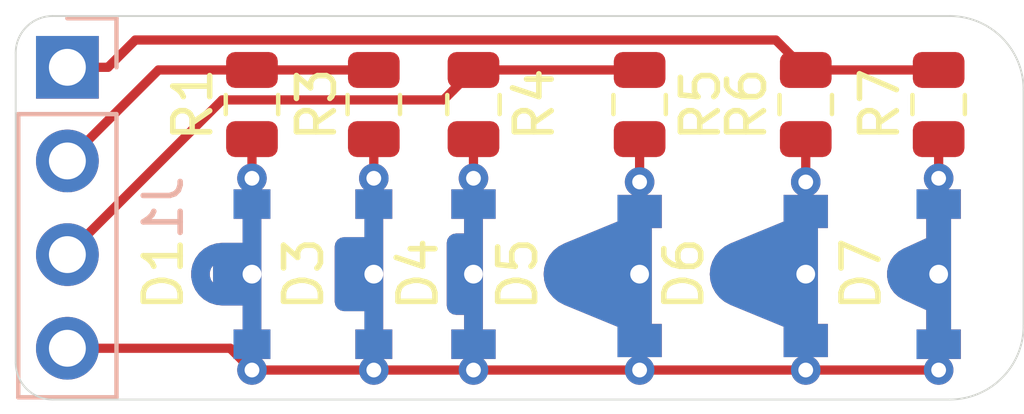
<source format=kicad_pcb>
(kicad_pcb (version 20171130) (host pcbnew 5.1.4+dfsg1-1)

  (general
    (thickness 1.6)
    (drawings 12)
    (tracks 63)
    (zones 0)
    (modules 13)
    (nets 11)
  )

  (page A4)
  (layers
    (0 F.Cu signal)
    (31 B.Cu signal)
    (32 B.Adhes user)
    (33 F.Adhes user)
    (34 B.Paste user)
    (35 F.Paste user)
    (36 B.SilkS user)
    (37 F.SilkS user)
    (38 B.Mask user)
    (39 F.Mask user)
    (40 Dwgs.User user hide)
    (41 Cmts.User user)
    (42 Eco1.User user)
    (43 Eco2.User user)
    (44 Edge.Cuts user)
    (45 Margin user)
    (46 B.CrtYd user hide)
    (47 F.CrtYd user hide)
    (48 B.Fab user)
    (49 F.Fab user)
  )

  (setup
    (last_trace_width 0.25)
    (trace_clearance 0.2)
    (zone_clearance 0.3)
    (zone_45_only no)
    (trace_min 0.2)
    (via_size 0.8)
    (via_drill 0.4)
    (via_min_size 0.4)
    (via_min_drill 0.3)
    (uvia_size 0.3)
    (uvia_drill 0.1)
    (uvias_allowed no)
    (uvia_min_size 0.2)
    (uvia_min_drill 0.1)
    (edge_width 0.05)
    (segment_width 0.2)
    (pcb_text_width 0.3)
    (pcb_text_size 1.5 1.5)
    (mod_edge_width 0.12)
    (mod_text_size 1 1)
    (mod_text_width 0.15)
    (pad_size 1.524 1.524)
    (pad_drill 0.762)
    (pad_to_mask_clearance 0.051)
    (solder_mask_min_width 0.25)
    (aux_axis_origin 0 0)
    (visible_elements FFFDFF7F)
    (pcbplotparams
      (layerselection 0x010f0_ffffffff)
      (usegerberextensions false)
      (usegerberattributes false)
      (usegerberadvancedattributes false)
      (creategerberjobfile false)
      (excludeedgelayer true)
      (linewidth 0.100000)
      (plotframeref false)
      (viasonmask false)
      (mode 1)
      (useauxorigin false)
      (hpglpennumber 1)
      (hpglpenspeed 20)
      (hpglpendiameter 15.000000)
      (psnegative false)
      (psa4output false)
      (plotreference true)
      (plotvalue false)
      (plotinvisibletext false)
      (padsonsilk false)
      (subtractmaskfromsilk false)
      (outputformat 1)
      (mirror false)
      (drillshape 0)
      (scaleselection 1)
      (outputdirectory "LEmbed-Gerbs/"))
  )

  (net 0 "")
  (net 1 "Net-(D1-Pad2)")
  (net 2 GND)
  (net 3 "Net-(J1-Pad3)")
  (net 4 "Net-(J1-Pad2)")
  (net 5 "Net-(J1-Pad1)")
  (net 6 "Net-(D3-Pad2)")
  (net 7 "Net-(D4-Pad2)")
  (net 8 "Net-(D5-Pad2)")
  (net 9 "Net-(D6-Pad2)")
  (net 10 "Net-(D7-Pad2)")

  (net_class Default "This is the default net class."
    (clearance 0.2)
    (trace_width 0.25)
    (via_dia 0.8)
    (via_drill 0.4)
    (uvia_dia 0.3)
    (uvia_drill 0.1)
    (add_net GND)
    (add_net "Net-(D1-Pad2)")
    (add_net "Net-(D3-Pad2)")
    (add_net "Net-(D4-Pad2)")
    (add_net "Net-(D5-Pad2)")
    (add_net "Net-(D6-Pad2)")
    (add_net "Net-(D7-Pad2)")
    (add_net "Net-(J1-Pad1)")
    (add_net "Net-(J1-Pad2)")
    (add_net "Net-(J1-Pad3)")
  )

  (module ThruLEDs:RaisedDome-3.0x2.8 (layer F.Cu) (tedit 5F17EEDC) (tstamp 5F182F0C)
    (at 115.5 101.8 90)
    (path /5F143ED6)
    (fp_text reference D5 (at 0 -3.3 270) (layer F.SilkS)
      (effects (font (size 1 1) (thickness 0.15)))
    )
    (fp_text value LED (at 0 -3.3 90) (layer F.Fab)
      (effects (font (size 1 1) (thickness 0.15)))
    )
    (pad 1 smd rect (at -1.8 0 90) (size 0.9 1.2) (layers F.Cu F.Paste F.Mask)
      (net 2 GND) (zone_connect 0))
    (pad 2 smd rect (at 1.7 0 90) (size 0.9 1.2) (layers F.Cu F.Paste F.Mask)
      (net 8 "Net-(D5-Pad2)") (zone_connect 0))
    (pad 1 smd rect (at -1.8 0 90) (size 0.9 1.2) (layers B.Cu B.Paste B.Mask)
      (net 2 GND) (zone_connect 0))
    (pad 2 smd rect (at 1.7 0 90) (size 0.9 1.2) (layers B.Cu B.Paste B.Mask)
      (net 8 "Net-(D5-Pad2)") (zone_connect 0))
    (pad "" np_thru_hole custom (at 0 0 90) (size 0.508 0.508) (drill 0.508) (layers *.Cu *.Mask)
      (zone_connect 0)
      (options (clearance outline) (anchor rect))
      (primitives
        (gr_poly (pts
           (xy -1.43 0.076) (xy 1.43 0.076) (xy 0.597 -1.946) (xy -0.597 -1.946)) (width 0.508))
        (gr_arc (start 0 -1.7) (end -0.597 -1.946) (angle 135.2) (width 0.508))
      ))
  )

  (module ThruLEDs:FlatTop-3.2x0.75 (layer F.Cu) (tedit 5F17EE99) (tstamp 5F182F03)
    (at 111 101.8 90)
    (path /5F143ED0)
    (fp_text reference D4 (at 0 -1.5 270) (layer F.SilkS)
      (effects (font (size 1 1) (thickness 0.15)))
    )
    (fp_text value LED (at 0 -1.7 90) (layer F.Fab)
      (effects (font (size 1 1) (thickness 0.15)))
    )
    (pad "" np_thru_hole custom (at 0 0 90) (size 0.508 0.508) (drill 0.508) (layers *.Cu *.Mask)
      (zone_connect 0)
      (options (clearance outline) (anchor rect))
      (primitives
        (gr_poly (pts
           (xy -0.85 -0.47) (xy -0.85 0) (xy 0.85 0) (xy 0.85 -0.47)) (width 0.508))
        (gr_line (start -1.466 0) (end -0.85 0) (width 0.508))
        (gr_line (start 0.85 0) (end 1.466 0) (width 0.508))
      ))
    (pad 2 smd rect (at 1.9 0 90) (size 0.8 1.2) (layers B.Cu B.Paste B.Mask)
      (net 7 "Net-(D4-Pad2)") (zone_connect 0))
    (pad 1 smd rect (at -1.9 0 90) (size 0.8 1.2) (layers B.Cu B.Adhes B.Mask)
      (net 2 GND) (zone_connect 0))
    (pad 2 smd rect (at 1.9 0 90) (size 0.8 1.2) (layers F.Cu F.Paste F.Mask)
      (net 7 "Net-(D4-Pad2)") (zone_connect 0))
    (pad 1 smd rect (at -1.9 0 90) (size 0.8 1.2) (layers F.Cu F.Paste F.Mask)
      (net 2 GND) (zone_connect 0))
  )

  (module ThruLEDs:CylLens-3.2x1.1 (layer F.Cu) (tedit 5F17EE36) (tstamp 5F1852F7)
    (at 108.3 101.8 90)
    (path /5F13F8A6)
    (fp_text reference D3 (at 0 -1.9 270) (layer F.SilkS)
      (effects (font (size 1 1) (thickness 0.15)))
    )
    (fp_text value LED (at 0 -1.7 90) (layer F.Fab)
      (effects (font (size 1 1) (thickness 0.15)))
    )
    (pad 2 smd rect (at 1.9 0 90) (size 0.8 1) (layers B.Cu B.Paste B.Mask)
      (net 6 "Net-(D3-Pad2)") (zone_connect 0))
    (pad 1 smd rect (at -1.9 0 90) (size 0.8 1) (layers B.Cu B.Paste B.Mask)
      (net 2 GND) (zone_connect 0))
    (pad "" np_thru_hole custom (at 0 0 90) (size 0.508 0.508) (drill 0.508) (layers *.Cu *.Mask)
      (zone_connect 0)
      (options (clearance outline) (anchor rect))
      (primitives
        (gr_poly (pts
           (xy 0.75 -0.805) (xy -0.75 -0.805) (xy -0.75 0) (xy 0.75 0)) (width 0.508))
        (gr_line (start 1.481 0) (end 0.75 0) (width 0.508))
        (gr_line (start -1.481 0) (end -0.75 0) (width 0.508))
      ))
    (pad 2 smd rect (at 1.9 0 90) (size 0.8 1) (layers F.Cu F.Paste F.Mask)
      (net 6 "Net-(D3-Pad2)") (zone_connect 0))
    (pad 1 smd rect (at -1.9 0 90) (size 0.8 1) (layers F.Cu F.Paste F.Mask)
      (net 2 GND) (zone_connect 0))
  )

  (module ThruLEDs:SlantedDome-3.2x1.6 (layer F.Cu) (tedit 5F17EEF8) (tstamp 5F183283)
    (at 123.6 101.8 90)
    (path /5F143F66)
    (fp_text reference D7 (at 0 -2.1 270) (layer F.SilkS)
      (effects (font (size 1 1) (thickness 0.15)))
    )
    (fp_text value LED (at 0 -2.2 90) (layer F.Fab)
      (effects (font (size 1 1) (thickness 0.15)))
    )
    (pad 2 smd rect (at 1.9 0 90) (size 0.8 1.2) (layers B.Cu B.Paste B.Mask)
      (net 10 "Net-(D7-Pad2)") (zone_connect 0))
    (pad 1 smd rect (at -1.9 0 90) (size 0.8 1.2) (layers B.Cu B.Paste B.Mask)
      (net 2 GND) (zone_connect 0))
    (pad "" np_thru_hole custom (at 0 0 90) (size 0.508 0.508) (drill 0.508) (layers *.Cu *.Mask)
      (zone_connect 0)
      (options (clearance outline) (anchor rect))
      (primitives
        (gr_arc (start 0 -0.64) (end -0.46 -0.85) (angle 131) (width 0.508))
        (gr_poly (pts
           (xy -0.46 -0.85) (xy -0.811 -0.082) (xy -1.52 -0.082) (xy -1.52 0.082) (xy 1.52 0.082)
           (xy 1.52 -0.082) (xy 0.811 -0.082) (xy 0.46 -0.85)) (width 0.508))
      ))
    (pad 2 smd rect (at 1.9 0 90) (size 0.8 1.2) (layers F.Cu F.Paste F.Mask)
      (net 10 "Net-(D7-Pad2)") (zone_connect 0))
    (pad 1 smd rect (at -1.9 0 90) (size 0.8 1.2) (layers F.Cu F.Paste F.Mask)
      (net 2 GND) (zone_connect 0))
  )

  (module ThruLEDs:RaisedDome-3.0x2.8 (layer F.Cu) (tedit 5F17EEDC) (tstamp 5F182F15)
    (at 120 101.8 90)
    (path /5F143EDC)
    (fp_text reference D6 (at 0 -3.3 270) (layer F.SilkS)
      (effects (font (size 1 1) (thickness 0.15)))
    )
    (fp_text value LED (at 0 -3.3 90) (layer F.Fab)
      (effects (font (size 1 1) (thickness 0.15)))
    )
    (pad 1 smd rect (at -1.8 0 90) (size 0.9 1.2) (layers F.Cu F.Paste F.Mask)
      (net 2 GND) (zone_connect 0))
    (pad 2 smd rect (at 1.7 0 90) (size 0.9 1.2) (layers F.Cu F.Paste F.Mask)
      (net 9 "Net-(D6-Pad2)") (zone_connect 0))
    (pad 1 smd rect (at -1.8 0 90) (size 0.9 1.2) (layers B.Cu B.Paste B.Mask)
      (net 2 GND) (zone_connect 0))
    (pad 2 smd rect (at 1.7 0 90) (size 0.9 1.2) (layers B.Cu B.Paste B.Mask)
      (net 9 "Net-(D6-Pad2)") (zone_connect 0))
    (pad "" np_thru_hole custom (at 0 0 90) (size 0.508 0.508) (drill 0.508) (layers *.Cu *.Mask)
      (zone_connect 0)
      (options (clearance outline) (anchor rect))
      (primitives
        (gr_poly (pts
           (xy -1.43 0.076) (xy 1.43 0.076) (xy 0.597 -1.946) (xy -0.597 -1.946)) (width 0.508))
        (gr_arc (start 0 -1.7) (end -0.597 -1.946) (angle 135.2) (width 0.508))
      ))
  )

  (module Resistor_SMD:R_0805_2012Metric (layer F.Cu) (tedit 5B36C52B) (tstamp 5F16FB0E)
    (at 123.6 97.2 270)
    (descr "Resistor SMD 0805 (2012 Metric), square (rectangular) end terminal, IPC_7351 nominal, (Body size source: https://docs.google.com/spreadsheets/d/1BsfQQcO9C6DZCsRaXUlFlo91Tg2WpOkGARC1WS5S8t0/edit?usp=sharing), generated with kicad-footprint-generator")
    (tags resistor)
    (path /5F146EB8)
    (attr smd)
    (fp_text reference R7 (at 0 1.6 90) (layer F.SilkS)
      (effects (font (size 1 1) (thickness 0.15)))
    )
    (fp_text value R (at 0 1.65 90) (layer F.Fab)
      (effects (font (size 1 1) (thickness 0.15)))
    )
    (fp_text user %R (at 0 0 90) (layer F.Fab) hide
      (effects (font (size 0.5 0.5) (thickness 0.08)))
    )
    (fp_line (start 1.68 0.95) (end -1.68 0.95) (layer F.CrtYd) (width 0.05))
    (fp_line (start 1.68 -0.95) (end 1.68 0.95) (layer F.CrtYd) (width 0.05))
    (fp_line (start -1.68 -0.95) (end 1.68 -0.95) (layer F.CrtYd) (width 0.05))
    (fp_line (start -1.68 0.95) (end -1.68 -0.95) (layer F.CrtYd) (width 0.05))
    (fp_line (start -0.258578 0.71) (end 0.258578 0.71) (layer F.SilkS) (width 0.12))
    (fp_line (start -0.258578 -0.71) (end 0.258578 -0.71) (layer F.SilkS) (width 0.12))
    (fp_line (start 1 0.6) (end -1 0.6) (layer F.Fab) (width 0.1))
    (fp_line (start 1 -0.6) (end 1 0.6) (layer F.Fab) (width 0.1))
    (fp_line (start -1 -0.6) (end 1 -0.6) (layer F.Fab) (width 0.1))
    (fp_line (start -1 0.6) (end -1 -0.6) (layer F.Fab) (width 0.1))
    (pad 2 smd roundrect (at 0.9375 0 270) (size 0.975 1.4) (layers F.Cu F.Paste F.Mask) (roundrect_rratio 0.25)
      (net 10 "Net-(D7-Pad2)"))
    (pad 1 smd roundrect (at -0.9375 0 270) (size 0.975 1.4) (layers F.Cu F.Paste F.Mask) (roundrect_rratio 0.25)
      (net 5 "Net-(J1-Pad1)"))
    (model ${KISYS3DMOD}/Resistor_SMD.3dshapes/R_0805_2012Metric.wrl
      (at (xyz 0 0 0))
      (scale (xyz 1 1 1))
      (rotate (xyz 0 0 0))
    )
  )

  (module Resistor_SMD:R_0805_2012Metric (layer F.Cu) (tedit 5B36C52B) (tstamp 5F16FAFD)
    (at 120 97.2 270)
    (descr "Resistor SMD 0805 (2012 Metric), square (rectangular) end terminal, IPC_7351 nominal, (Body size source: https://docs.google.com/spreadsheets/d/1BsfQQcO9C6DZCsRaXUlFlo91Tg2WpOkGARC1WS5S8t0/edit?usp=sharing), generated with kicad-footprint-generator")
    (tags resistor)
    (path /5F146EB2)
    (attr smd)
    (fp_text reference R6 (at 0 1.6 90) (layer F.SilkS)
      (effects (font (size 1 1) (thickness 0.15)))
    )
    (fp_text value R (at 0 1.65 90) (layer F.Fab) hide
      (effects (font (size 1 1) (thickness 0.15)))
    )
    (fp_text user %R (at 0 0.033939 90) (layer F.Fab) hide
      (effects (font (size 0.5 0.5) (thickness 0.08)))
    )
    (fp_line (start 1.68 0.95) (end -1.68 0.95) (layer F.CrtYd) (width 0.05))
    (fp_line (start 1.68 -0.95) (end 1.68 0.95) (layer F.CrtYd) (width 0.05))
    (fp_line (start -1.68 -0.95) (end 1.68 -0.95) (layer F.CrtYd) (width 0.05))
    (fp_line (start -1.68 0.95) (end -1.68 -0.95) (layer F.CrtYd) (width 0.05))
    (fp_line (start -0.258578 0.71) (end 0.258578 0.71) (layer F.SilkS) (width 0.12))
    (fp_line (start -0.258578 -0.71) (end 0.258578 -0.71) (layer F.SilkS) (width 0.12))
    (fp_line (start 1 0.6) (end -1 0.6) (layer F.Fab) (width 0.1))
    (fp_line (start 1 -0.6) (end 1 0.6) (layer F.Fab) (width 0.1))
    (fp_line (start -1 -0.6) (end 1 -0.6) (layer F.Fab) (width 0.1))
    (fp_line (start -1 0.6) (end -1 -0.6) (layer F.Fab) (width 0.1))
    (pad 2 smd roundrect (at 0.9375 0 270) (size 0.975 1.4) (layers F.Cu F.Paste F.Mask) (roundrect_rratio 0.25)
      (net 9 "Net-(D6-Pad2)"))
    (pad 1 smd roundrect (at -0.9375 0 270) (size 0.975 1.4) (layers F.Cu F.Paste F.Mask) (roundrect_rratio 0.25)
      (net 5 "Net-(J1-Pad1)"))
    (model ${KISYS3DMOD}/Resistor_SMD.3dshapes/R_0805_2012Metric.wrl
      (at (xyz 0 0 0))
      (scale (xyz 1 1 1))
      (rotate (xyz 0 0 0))
    )
  )

  (module Resistor_SMD:R_0805_2012Metric (layer F.Cu) (tedit 5B36C52B) (tstamp 5F18429C)
    (at 115.5 97.2 270)
    (descr "Resistor SMD 0805 (2012 Metric), square (rectangular) end terminal, IPC_7351 nominal, (Body size source: https://docs.google.com/spreadsheets/d/1BsfQQcO9C6DZCsRaXUlFlo91Tg2WpOkGARC1WS5S8t0/edit?usp=sharing), generated with kicad-footprint-generator")
    (tags resistor)
    (path /5F146EAC)
    (attr smd)
    (fp_text reference R5 (at 0 -1.65 90) (layer F.SilkS)
      (effects (font (size 1 1) (thickness 0.15)))
    )
    (fp_text value R (at 0 1.65 90) (layer F.Fab)
      (effects (font (size 1 1) (thickness 0.15)))
    )
    (fp_text user %R (at -0.0375 0 90) (layer F.Fab) hide
      (effects (font (size 0.5 0.5) (thickness 0.08)))
    )
    (fp_line (start 1.68 0.95) (end -1.68 0.95) (layer F.CrtYd) (width 0.05))
    (fp_line (start 1.68 -0.95) (end 1.68 0.95) (layer F.CrtYd) (width 0.05))
    (fp_line (start -1.68 -0.95) (end 1.68 -0.95) (layer F.CrtYd) (width 0.05))
    (fp_line (start -1.68 0.95) (end -1.68 -0.95) (layer F.CrtYd) (width 0.05))
    (fp_line (start -0.258578 0.71) (end 0.258578 0.71) (layer F.SilkS) (width 0.12))
    (fp_line (start -0.258578 -0.71) (end 0.258578 -0.71) (layer F.SilkS) (width 0.12))
    (fp_line (start 1 0.6) (end -1 0.6) (layer F.Fab) (width 0.1))
    (fp_line (start 1 -0.6) (end 1 0.6) (layer F.Fab) (width 0.1))
    (fp_line (start -1 -0.6) (end 1 -0.6) (layer F.Fab) (width 0.1))
    (fp_line (start -1 0.6) (end -1 -0.6) (layer F.Fab) (width 0.1))
    (pad 2 smd roundrect (at 0.9375 0 270) (size 0.975 1.4) (layers F.Cu F.Paste F.Mask) (roundrect_rratio 0.25)
      (net 8 "Net-(D5-Pad2)"))
    (pad 1 smd roundrect (at -0.9375 0 270) (size 0.975 1.4) (layers F.Cu F.Paste F.Mask) (roundrect_rratio 0.25)
      (net 3 "Net-(J1-Pad3)"))
    (model ${KISYS3DMOD}/Resistor_SMD.3dshapes/R_0805_2012Metric.wrl
      (at (xyz 0 0 0))
      (scale (xyz 1 1 1))
      (rotate (xyz 0 0 0))
    )
  )

  (module Resistor_SMD:R_0805_2012Metric (layer F.Cu) (tedit 5B36C52B) (tstamp 5F1842ED)
    (at 111 97.2 270)
    (descr "Resistor SMD 0805 (2012 Metric), square (rectangular) end terminal, IPC_7351 nominal, (Body size source: https://docs.google.com/spreadsheets/d/1BsfQQcO9C6DZCsRaXUlFlo91Tg2WpOkGARC1WS5S8t0/edit?usp=sharing), generated with kicad-footprint-generator")
    (tags resistor)
    (path /5F145D24)
    (attr smd)
    (fp_text reference R4 (at 0 -1.65 90) (layer F.SilkS)
      (effects (font (size 1 1) (thickness 0.15)))
    )
    (fp_text value R (at 0 1.65 90) (layer F.Fab)
      (effects (font (size 1 1) (thickness 0.15)))
    )
    (fp_text user %R (at 0 0 90) (layer F.Fab) hide
      (effects (font (size 0.5 0.5) (thickness 0.08)))
    )
    (fp_line (start 1.68 0.95) (end -1.68 0.95) (layer F.CrtYd) (width 0.05))
    (fp_line (start 1.68 -0.95) (end 1.68 0.95) (layer F.CrtYd) (width 0.05))
    (fp_line (start -1.68 -0.95) (end 1.68 -0.95) (layer F.CrtYd) (width 0.05))
    (fp_line (start -1.68 0.95) (end -1.68 -0.95) (layer F.CrtYd) (width 0.05))
    (fp_line (start -0.258578 0.71) (end 0.258578 0.71) (layer F.SilkS) (width 0.12))
    (fp_line (start -0.258578 -0.71) (end 0.258578 -0.71) (layer F.SilkS) (width 0.12))
    (fp_line (start 1 0.6) (end -1 0.6) (layer F.Fab) (width 0.1))
    (fp_line (start 1 -0.6) (end 1 0.6) (layer F.Fab) (width 0.1))
    (fp_line (start -1 -0.6) (end 1 -0.6) (layer F.Fab) (width 0.1))
    (fp_line (start -1 0.6) (end -1 -0.6) (layer F.Fab) (width 0.1))
    (pad 2 smd roundrect (at 0.9375 0 270) (size 0.975 1.4) (layers F.Cu F.Paste F.Mask) (roundrect_rratio 0.25)
      (net 7 "Net-(D4-Pad2)"))
    (pad 1 smd roundrect (at -0.9375 0 270) (size 0.975 1.4) (layers F.Cu F.Paste F.Mask) (roundrect_rratio 0.25)
      (net 3 "Net-(J1-Pad3)"))
    (model ${KISYS3DMOD}/Resistor_SMD.3dshapes/R_0805_2012Metric.wrl
      (at (xyz 0 0 0))
      (scale (xyz 1 1 1))
      (rotate (xyz 0 0 0))
    )
  )

  (module Resistor_SMD:R_0805_2012Metric (layer F.Cu) (tedit 5B36C52B) (tstamp 5F1852BE)
    (at 108.3 97.2 270)
    (descr "Resistor SMD 0805 (2012 Metric), square (rectangular) end terminal, IPC_7351 nominal, (Body size source: https://docs.google.com/spreadsheets/d/1BsfQQcO9C6DZCsRaXUlFlo91Tg2WpOkGARC1WS5S8t0/edit?usp=sharing), generated with kicad-footprint-generator")
    (tags resistor)
    (path /5F145D1E)
    (attr smd)
    (fp_text reference R3 (at 0 1.55 90) (layer F.SilkS)
      (effects (font (size 1 1) (thickness 0.15)))
    )
    (fp_text value R (at 0 1.65 90) (layer F.Fab)
      (effects (font (size 1 1) (thickness 0.15)))
    )
    (fp_text user %R (at 0 0 90) (layer F.Fab) hide
      (effects (font (size 0.5 0.5) (thickness 0.08)))
    )
    (fp_line (start 1.68 0.95) (end -1.68 0.95) (layer F.CrtYd) (width 0.05))
    (fp_line (start 1.68 -0.95) (end 1.68 0.95) (layer F.CrtYd) (width 0.05))
    (fp_line (start -1.68 -0.95) (end 1.68 -0.95) (layer F.CrtYd) (width 0.05))
    (fp_line (start -1.68 0.95) (end -1.68 -0.95) (layer F.CrtYd) (width 0.05))
    (fp_line (start -0.258578 0.71) (end 0.258578 0.71) (layer F.SilkS) (width 0.12))
    (fp_line (start -0.258578 -0.71) (end 0.258578 -0.71) (layer F.SilkS) (width 0.12))
    (fp_line (start 1 0.6) (end -1 0.6) (layer F.Fab) (width 0.1))
    (fp_line (start 1 -0.6) (end 1 0.6) (layer F.Fab) (width 0.1))
    (fp_line (start -1 -0.6) (end 1 -0.6) (layer F.Fab) (width 0.1))
    (fp_line (start -1 0.6) (end -1 -0.6) (layer F.Fab) (width 0.1))
    (pad 2 smd roundrect (at 0.9375 0 270) (size 0.975 1.4) (layers F.Cu F.Paste F.Mask) (roundrect_rratio 0.25)
      (net 6 "Net-(D3-Pad2)"))
    (pad 1 smd roundrect (at -0.9375 0 270) (size 0.975 1.4) (layers F.Cu F.Paste F.Mask) (roundrect_rratio 0.25)
      (net 4 "Net-(J1-Pad2)"))
    (model ${KISYS3DMOD}/Resistor_SMD.3dshapes/R_0805_2012Metric.wrl
      (at (xyz 0 0 0))
      (scale (xyz 1 1 1))
      (rotate (xyz 0 0 0))
    )
  )

  (module Resistor_SMD:R_0805_2012Metric (layer F.Cu) (tedit 5B36C52B) (tstamp 5F1841FA)
    (at 105 97.2 270)
    (descr "Resistor SMD 0805 (2012 Metric), square (rectangular) end terminal, IPC_7351 nominal, (Body size source: https://docs.google.com/spreadsheets/d/1BsfQQcO9C6DZCsRaXUlFlo91Tg2WpOkGARC1WS5S8t0/edit?usp=sharing), generated with kicad-footprint-generator")
    (tags resistor)
    (path /5F144820)
    (attr smd)
    (fp_text reference R1 (at 0 1.6 270) (layer F.SilkS)
      (effects (font (size 1 1) (thickness 0.15)))
    )
    (fp_text value R (at 0 1.65 90) (layer F.Fab)
      (effects (font (size 1 1) (thickness 0.15)))
    )
    (fp_text user %R (at -0.205001 -0.126061 90) (layer F.Fab) hide
      (effects (font (size 0.5 0.5) (thickness 0.08)))
    )
    (fp_line (start 1.68 0.95) (end -1.68 0.95) (layer F.CrtYd) (width 0.05))
    (fp_line (start 1.68 -0.95) (end 1.68 0.95) (layer F.CrtYd) (width 0.05))
    (fp_line (start -1.68 -0.95) (end 1.68 -0.95) (layer F.CrtYd) (width 0.05))
    (fp_line (start -1.68 0.95) (end -1.68 -0.95) (layer F.CrtYd) (width 0.05))
    (fp_line (start -0.258578 0.71) (end 0.258578 0.71) (layer F.SilkS) (width 0.12))
    (fp_line (start -0.258578 -0.71) (end 0.258578 -0.71) (layer F.SilkS) (width 0.12))
    (fp_line (start 1 0.6) (end -1 0.6) (layer F.Fab) (width 0.1))
    (fp_line (start 1 -0.6) (end 1 0.6) (layer F.Fab) (width 0.1))
    (fp_line (start -1 -0.6) (end 1 -0.6) (layer F.Fab) (width 0.1))
    (fp_line (start -1 0.6) (end -1 -0.6) (layer F.Fab) (width 0.1))
    (pad 2 smd roundrect (at 0.9375 0 270) (size 0.975 1.4) (layers F.Cu F.Paste F.Mask) (roundrect_rratio 0.25)
      (net 1 "Net-(D1-Pad2)"))
    (pad 1 smd roundrect (at -0.9375 0 270) (size 0.975 1.4) (layers F.Cu F.Paste F.Mask) (roundrect_rratio 0.25)
      (net 4 "Net-(J1-Pad2)"))
    (model ${KISYS3DMOD}/Resistor_SMD.3dshapes/R_0805_2012Metric.wrl
      (at (xyz 0 0 0))
      (scale (xyz 1 1 1))
      (rotate (xyz 0 0 0))
    )
  )

  (module Connector_PinHeader_2.54mm:PinHeader_1x04_P2.54mm_Vertical (layer B.Cu) (tedit 59FED5CC) (tstamp 5F16FA97)
    (at 100 96.19 180)
    (descr "Through hole straight pin header, 1x04, 2.54mm pitch, single row")
    (tags "Through hole pin header THT 1x04 2.54mm single row")
    (path /5F149000)
    (fp_text reference J1 (at -2.6 -3.81 90) (layer B.SilkS)
      (effects (font (size 1 1) (thickness 0.15)) (justify mirror))
    )
    (fp_text value Conn_01x04_Male (at 0 -9.95) (layer B.Fab) hide
      (effects (font (size 1 1) (thickness 0.15)) (justify mirror))
    )
    (fp_text user %R (at 0 -3.81 270) (layer B.Fab) hide
      (effects (font (size 1 1) (thickness 0.15)) (justify mirror))
    )
    (fp_line (start 1.8 1.8) (end -1.8 1.8) (layer B.CrtYd) (width 0.05))
    (fp_line (start 1.8 -9.4) (end 1.8 1.8) (layer B.CrtYd) (width 0.05))
    (fp_line (start -1.8 -9.4) (end 1.8 -9.4) (layer B.CrtYd) (width 0.05))
    (fp_line (start -1.8 1.8) (end -1.8 -9.4) (layer B.CrtYd) (width 0.05))
    (fp_line (start -1.33 1.33) (end 0 1.33) (layer B.SilkS) (width 0.12))
    (fp_line (start -1.33 0) (end -1.33 1.33) (layer B.SilkS) (width 0.12))
    (fp_line (start -1.33 -1.27) (end 1.33 -1.27) (layer B.SilkS) (width 0.12))
    (fp_line (start 1.33 -1.27) (end 1.33 -8.95) (layer B.SilkS) (width 0.12))
    (fp_line (start -1.33 -1.27) (end -1.33 -8.95) (layer B.SilkS) (width 0.12))
    (fp_line (start -1.33 -8.95) (end 1.33 -8.95) (layer B.SilkS) (width 0.12))
    (fp_line (start -1.27 0.635) (end -0.635 1.27) (layer B.Fab) (width 0.1))
    (fp_line (start -1.27 -8.89) (end -1.27 0.635) (layer B.Fab) (width 0.1))
    (fp_line (start 1.27 -8.89) (end -1.27 -8.89) (layer B.Fab) (width 0.1))
    (fp_line (start 1.27 1.27) (end 1.27 -8.89) (layer B.Fab) (width 0.1))
    (fp_line (start -0.635 1.27) (end 1.27 1.27) (layer B.Fab) (width 0.1))
    (pad 4 thru_hole oval (at 0 -7.62 180) (size 1.7 1.7) (drill 1) (layers *.Cu *.Mask)
      (net 2 GND))
    (pad 3 thru_hole oval (at 0 -5.08 180) (size 1.7 1.7) (drill 1) (layers *.Cu *.Mask)
      (net 3 "Net-(J1-Pad3)"))
    (pad 2 thru_hole oval (at 0 -2.54 180) (size 1.7 1.7) (drill 1) (layers *.Cu *.Mask)
      (net 4 "Net-(J1-Pad2)"))
    (pad 1 thru_hole rect (at 0 0 180) (size 1.7 1.7) (drill 1) (layers *.Cu *.Mask)
      (net 5 "Net-(J1-Pad1)"))
    (model ${KISYS3DMOD}/Connector_PinHeader_2.54mm.3dshapes/PinHeader_1x04_P2.54mm_Vertical.wrl
      (at (xyz 0 0 0))
      (scale (xyz 1 1 1))
      (rotate (xyz 0 0 0))
    )
  )

  (module ThruLEDs:RaisedDome-3.2x1.85 (layer F.Cu) (tedit 5F17EF46) (tstamp 5F184B75)
    (at 105 101.8 90)
    (path /5F13ED3D)
    (fp_text reference D1 (at 0 -2.4 270) (layer F.SilkS)
      (effects (font (size 1 1) (thickness 0.15)))
    )
    (fp_text value LED (at 0 -2.6 90) (layer F.Fab)
      (effects (font (size 1 1) (thickness 0.15)))
    )
    (pad 2 smd rect (at 1.9 0 90) (size 0.8 1) (layers F.Cu F.Paste F.Mask)
      (net 1 "Net-(D1-Pad2)"))
    (pad 2 smd rect (at 1.9 0 90) (size 0.8 1) (layers B.Cu B.Paste B.Mask)
      (net 1 "Net-(D1-Pad2)"))
    (pad 1 smd rect (at -1.9 0 90) (size 0.8 1) (layers B.Cu B.Paste B.Mask)
      (net 2 GND))
    (pad "" np_thru_hole custom (at 0 0 90) (size 0.508 0.508) (drill 0.508) (layers *.Cu *.Mask)
      (zone_connect 0)
      (options (clearance outline) (anchor rect))
      (primitives
        (gr_poly (pts
           (xy -0.596 -0.8) (xy -0.596 0) (xy 0.596 0) (xy 0.596 -0.8)) (width 0.508))
        (gr_arc (start 0 -0.8) (end -0.596 -0.8) (angle 180) (width 0.508))
        (gr_line (start -1.493 0) (end -0.596 0) (width 0.508))
        (gr_line (start 0.596 0) (end 1.493 0) (width 0.508))
      ))
    (pad 1 smd rect (at -1.9 0 90) (size 0.8 1) (layers F.Cu F.Paste F.Mask)
      (net 2 GND))
  )

  (gr_arc (start 99.6 95.8) (end 98.6 95.8) (angle 90) (layer Edge.Cuts) (width 0.05))
  (gr_arc (start 99.6 104.2) (end 99.6 105.2) (angle 90) (layer Edge.Cuts) (width 0.05))
  (gr_line (start 98.6 105.2) (end 101.4 102.4) (layer Dwgs.User) (width 0.15))
  (gr_line (start 98.6 94.8) (end 100.8 97) (layer Dwgs.User) (width 0.15))
  (gr_arc (start 123.9 103.2) (end 123.9 105.2) (angle -90) (layer Edge.Cuts) (width 0.05))
  (gr_line (start 125.9 105.2) (end 123.3 102.6) (layer Dwgs.User) (width 0.15))
  (gr_arc (start 123.9 96.8) (end 125.9 96.8) (angle -90) (layer Edge.Cuts) (width 0.05))
  (gr_line (start 125.9 94.8) (end 123.4 97.3) (layer Dwgs.User) (width 0.15))
  (gr_line (start 98.6 104.2) (end 98.6 95.8) (layer Edge.Cuts) (width 0.05))
  (gr_line (start 99.6 105.2) (end 123.9 105.2) (layer Edge.Cuts) (width 0.05))
  (gr_line (start 125.9 96.8) (end 125.9 103.2) (layer Edge.Cuts) (width 0.05))
  (gr_line (start 99.6 94.8) (end 123.9 94.8) (layer Edge.Cuts) (width 0.05))

  (via (at 105 99.2) (size 0.8) (drill 0.4) (layers F.Cu B.Cu) (net 1))
  (segment (start 105 98.1375) (end 105 99.1) (width 0.25) (layer F.Cu) (net 1))
  (segment (start 105 99.1) (end 105 99.727996) (width 0.25) (layer B.Cu) (net 1))
  (segment (start 105 99.2) (end 105 99.727996) (width 0.25) (layer F.Cu) (net 1))
  (via (at 105 104.4) (size 0.8) (drill 0.4) (layers F.Cu B.Cu) (net 2))
  (segment (start 100 103.81) (end 104.41 103.81) (width 0.25) (layer F.Cu) (net 2))
  (segment (start 104.41 103.81) (end 105 104.4) (width 0.25) (layer F.Cu) (net 2))
  (segment (start 105 104.4) (end 105 103.872004) (width 0.25) (layer B.Cu) (net 2))
  (via (at 108.3 104.4) (size 0.8) (drill 0.4) (layers F.Cu B.Cu) (net 2))
  (segment (start 105 104.4) (end 108.3 104.4) (width 0.25) (layer F.Cu) (net 2))
  (segment (start 108.3 104.4) (end 108.3 103.860004) (width 0.25) (layer B.Cu) (net 2))
  (via (at 111 104.4) (size 0.8) (drill 0.4) (layers F.Cu B.Cu) (net 2))
  (segment (start 108.3 104.4) (end 111 104.4) (width 0.25) (layer F.Cu) (net 2))
  (segment (start 111 104.4) (end 111 103.845004) (width 0.25) (layer B.Cu) (net 2))
  (segment (start 105 104.4) (end 105 103.872004) (width 0.25) (layer F.Cu) (net 2))
  (segment (start 108.3 104.4) (end 108.3 103.860004) (width 0.25) (layer F.Cu) (net 2))
  (segment (start 111 104.4) (end 111 103.845004) (width 0.25) (layer F.Cu) (net 2))
  (via (at 115.5 104.4) (size 0.8) (drill 0.4) (layers F.Cu B.Cu) (net 2))
  (segment (start 111 104.4) (end 115.5 104.4) (width 0.25) (layer F.Cu) (net 2))
  (segment (start 115.5 104.4) (end 115.5 103.80901) (width 0.25) (layer B.Cu) (net 2))
  (via (at 120 104.4) (size 0.8) (drill 0.4) (layers F.Cu B.Cu) (net 2))
  (segment (start 115.5 104.4) (end 120 104.4) (width 0.25) (layer F.Cu) (net 2))
  (segment (start 120 104.4) (end 120 103.80901) (width 0.25) (layer B.Cu) (net 2))
  (via (at 123.6 104.4) (size 0.8) (drill 0.4) (layers F.Cu B.Cu) (net 2))
  (segment (start 120 104.4) (end 123.6 104.4) (width 0.25) (layer F.Cu) (net 2))
  (segment (start 123.6 104.4) (end 123.6 103.89901) (width 0.25) (layer B.Cu) (net 2))
  (segment (start 120 104.4) (end 120 103.80901) (width 0.25) (layer F.Cu) (net 2))
  (segment (start 123.6 104.4) (end 123.6 103.89901) (width 0.25) (layer F.Cu) (net 2))
  (segment (start 115.5 104.4) (end 115.5 103.80901) (width 0.25) (layer F.Cu) (net 2))
  (segment (start 110.443763 96.818737) (end 111 96.2625) (width 0.25) (layer F.Cu) (net 3))
  (segment (start 110.18749 97.07501) (end 110.443763 96.818737) (width 0.25) (layer F.Cu) (net 3))
  (segment (start 104.19499 97.07501) (end 110.18749 97.07501) (width 0.25) (layer F.Cu) (net 3))
  (segment (start 100 101.27) (end 104.19499 97.07501) (width 0.25) (layer F.Cu) (net 3))
  (segment (start 111 96.2625) (end 115.5 96.2625) (width 0.25) (layer F.Cu) (net 3))
  (segment (start 102.4675 96.2625) (end 105 96.2625) (width 0.25) (layer F.Cu) (net 4))
  (segment (start 100 98.73) (end 102.4675 96.2625) (width 0.25) (layer F.Cu) (net 4))
  (segment (start 105 96.2625) (end 108.25 96.2625) (width 0.25) (layer F.Cu) (net 4))
  (segment (start 119.443763 95.706263) (end 120 96.2625) (width 0.25) (layer F.Cu) (net 5))
  (segment (start 119.18749 95.44999) (end 119.443763 95.706263) (width 0.25) (layer F.Cu) (net 5))
  (segment (start 101.84001 95.44999) (end 119.18749 95.44999) (width 0.25) (layer F.Cu) (net 5))
  (segment (start 101.1 96.19) (end 101.84001 95.44999) (width 0.25) (layer F.Cu) (net 5))
  (segment (start 100 96.19) (end 101.1 96.19) (width 0.25) (layer F.Cu) (net 5))
  (segment (start 120 96.2625) (end 123.6 96.2625) (width 0.25) (layer F.Cu) (net 5))
  (via (at 108.3 99.2) (size 0.8) (drill 0.4) (layers F.Cu B.Cu) (net 6))
  (segment (start 108.3 98.1375) (end 108.3 99.2) (width 0.25) (layer F.Cu) (net 6))
  (segment (start 108.3 99.2) (end 108.3 99.739996) (width 0.25) (layer B.Cu) (net 6))
  (segment (start 108.3 99.2) (end 108.3 99.739996) (width 0.25) (layer F.Cu) (net 6))
  (via (at 111 99.2) (size 0.8) (drill 0.4) (layers F.Cu B.Cu) (net 7))
  (segment (start 111 98.1375) (end 111 99.2) (width 0.25) (layer F.Cu) (net 7))
  (segment (start 111 99.2) (end 111 99.754996) (width 0.25) (layer B.Cu) (net 7))
  (segment (start 111 99.2) (end 111 99.754996) (width 0.25) (layer F.Cu) (net 7))
  (via (at 115.5 99.3) (size 0.8) (drill 0.4) (layers F.Cu B.Cu) (net 8))
  (segment (start 115.5 98.1375) (end 115.5 99.3) (width 0.25) (layer F.Cu) (net 8))
  (segment (start 115.5 99.3) (end 115.5 99.79099) (width 0.25) (layer B.Cu) (net 8))
  (segment (start 115.5 99.3) (end 115.5 99.79099) (width 0.25) (layer F.Cu) (net 8))
  (via (at 120 99.3) (size 0.8) (drill 0.4) (layers F.Cu B.Cu) (net 9))
  (segment (start 120 98.1375) (end 120 99.3) (width 0.25) (layer F.Cu) (net 9))
  (segment (start 120 99.3) (end 120 99.79099) (width 0.25) (layer B.Cu) (net 9))
  (segment (start 120 99.3) (end 120 99.79099) (width 0.25) (layer F.Cu) (net 9))
  (via (at 123.6 99.2) (size 0.8) (drill 0.4) (layers F.Cu B.Cu) (net 10))
  (segment (start 123.6 98.1375) (end 123.6 99.2) (width 0.25) (layer F.Cu) (net 10))
  (segment (start 123.6 99.2) (end 123.6 99.70099) (width 0.25) (layer B.Cu) (net 10))
  (segment (start 123.6 99.2) (end 123.6 99.70099) (width 0.25) (layer F.Cu) (net 10))

)

</source>
